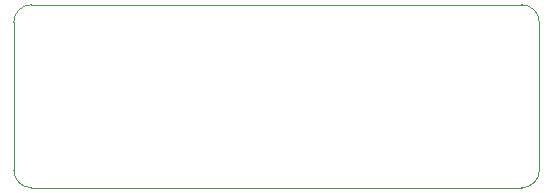
<source format=gbr>
%TF.GenerationSoftware,KiCad,Pcbnew,9.0.7*%
%TF.CreationDate,2026-01-20T22:52:20-08:00*%
%TF.ProjectId,PCBs,50434273-2e6b-4696-9361-645f70636258,rev?*%
%TF.SameCoordinates,Original*%
%TF.FileFunction,Profile,NP*%
%FSLAX46Y46*%
G04 Gerber Fmt 4.6, Leading zero omitted, Abs format (unit mm)*
G04 Created by KiCad (PCBNEW 9.0.7) date 2026-01-20 22:52:20*
%MOMM*%
%LPD*%
G01*
G04 APERTURE LIST*
%TA.AperFunction,Profile*%
%ADD10C,0.100000*%
%TD*%
G04 APERTURE END LIST*
D10*
X173500000Y-108500000D02*
X173500000Y-121000000D01*
X172000000Y-122500000D02*
X130500000Y-122500000D01*
X129000000Y-121000000D02*
X129000000Y-108500000D01*
X130500000Y-107000000D02*
X172000000Y-107000000D01*
X173500000Y-121000000D02*
G75*
G02*
X172000000Y-122500000I-1500000J0D01*
G01*
X172000000Y-107000000D02*
G75*
G02*
X173500000Y-108500000I0J-1500000D01*
G01*
X130500000Y-122500000D02*
G75*
G02*
X129000000Y-121000000I0J1500000D01*
G01*
X129000000Y-108500000D02*
G75*
G02*
X130500000Y-107000000I1500000J0D01*
G01*
M02*

</source>
